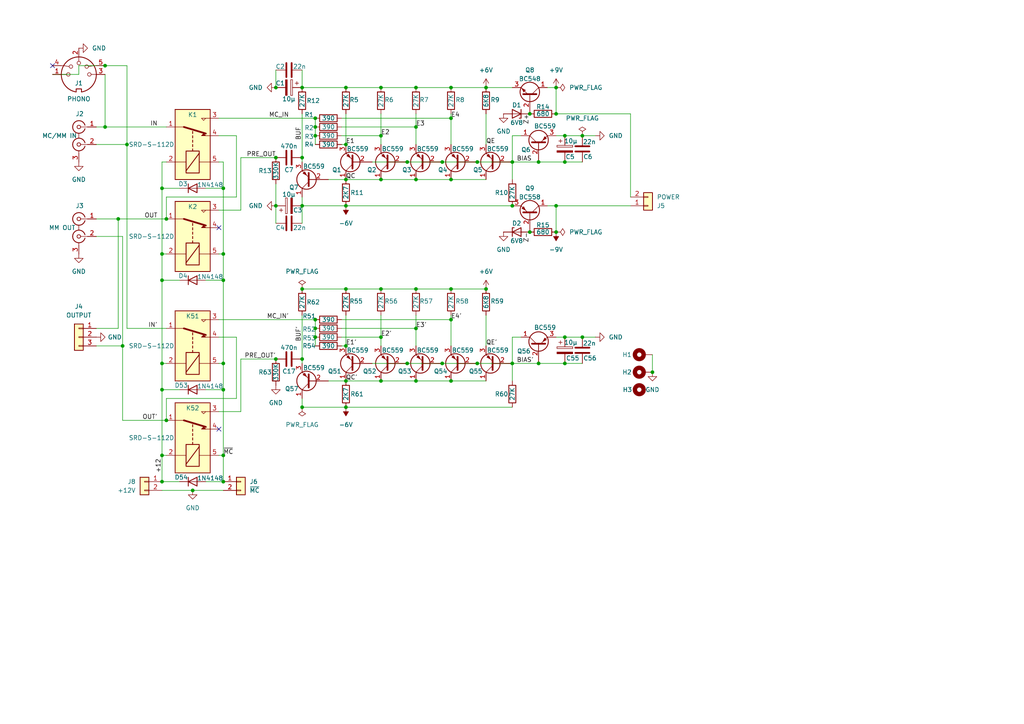
<source format=kicad_sch>
(kicad_sch (version 20231120) (generator "eeschema") (generator_version "8.0")
  (paper "A4")
  (title_block (title "TuchAudio 191 Moving Coil preamp") (date "2025-07-31") (rev "v1") (company "@zuiko21"))
  (lib_symbols
    (symbol "Connector:Conn_Coaxial_x2" (pin_names (offset 1.016) hide)
      (property "Reference" "J" (at 0 5.715 0))
      (property "Value" "Conn_Coaxial_x2" (at 2.921 0 90))
      (symbol "Conn_Coaxial_x2_1_1"
        (pin passive line (at -5.08 2.54 0) (length 2.54) (name "IN1") (number "1"))
        (pin passive line (at -5.08 -2.54 0) (length 2.54) (name "IN2") (number "2"))
        (pin passive line (at 0 -7.62 90) (length 2.54) (name "EXT") (number "3"))
      )
    )
    (symbol "Connector:DIN-5_180degree" (pin_names (offset 1.016))
      (property "Reference" "J" (at 3.175 5.715 0))
      (property "Value" "DIN-5_180degree" (at 0 -6.35 0))
      (symbol "DIN-5_180degree_1_1"
        (pin passive line (at -7.62 0 0) (length 2.54) (name "~") (number "1"))
        (pin passive line (at 0 7.62 270) (length 2.54) (name "~") (number "2"))
        (pin passive line (at 7.62 0 180) (length 2.54) (name "~") (number "3"))
        (pin passive line (at -7.62 2.54 0) (length 2.54) (name "~") (number "4"))
        (pin passive line (at 7.62 2.54 180) (length 2.54) (name "~") (number "5"))
      )
    )
    (symbol "Connector_Generic:Conn_01x02" (pin_names (offset 1.016) hide)
      (property "Reference" "J" (at 0 2.54 0))
      (property "Value" "Conn_01x02" (at 0 -5.08 0))
      (symbol "Conn_01x02_1_1"
        (pin passive line (at -5.08 0 0) (length 3.81) (name "Pin_1") (number "1"))
        (pin passive line (at -5.08 -2.54 0) (length 3.81) (name "Pin_2") (number "2"))
      )
    )
    (symbol "Connector_Generic:Conn_01x03" (pin_names (offset 1.016) hide)
      (property "Reference" "J" (at 0 5.08 0))
      (property "Value" "Conn_01x03" (at 0 -5.08 0))
      (symbol "Conn_01x03_1_1"
        (pin passive line (at -5.08 2.54 0) (length 3.81) (name "Pin_1") (number "1"))
        (pin passive line (at -5.08 0 0) (length 3.81) (name "Pin_2") (number "2"))
        (pin passive line (at -5.08 -2.54 0) (length 3.81) (name "Pin_3") (number "3"))
      )
    )
    (symbol "Device:C" (pin_numbers hide) (pin_names (offset 0.254))
      (property "Reference" "C" (at 0.635 2.54 0))
      (property "Value" "C" (at 0.635 -2.54 0))
      (symbol "C_1_1"
        (pin passive line (at 0 3.81 270) (length 2.794) (name "~") (number "1"))
        (pin passive line (at 0 -3.81 90) (length 2.794) (name "~") (number "2"))
      )
    )
    (symbol "Device:C_Polarized" (pin_numbers hide) (pin_names (offset 0.254))
      (property "Reference" "C" (at 0.635 2.54 0))
      (property "Value" "C_Polarized" (at 0.635 -2.54 0))
      (symbol "C_Polarized_1_1"
        (pin passive line (at 0 3.81 270) (length 2.794) (name "~") (number "1"))
        (pin passive line (at 0 -3.81 90) (length 2.794) (name "~") (number "2"))
      )
    )
    (symbol "Device:R" (pin_numbers hide) (pin_names (offset 0))
      (property "Reference" "R" (at 2.032 0 90))
      (property "Value" "R" (at 0 0 90))
      (symbol "R_1_1"
        (pin passive line (at 0 3.81 270) (length 1.27) (name "~") (number "1"))
        (pin passive line (at 0 -3.81 90) (length 1.27) (name "~") (number "2"))
      )
    )
    (symbol "Diode:1N4148" (pin_numbers hide) (pin_names hide)
      (property "Reference" "D" (at 0 2.54 0))
      (property "Value" "1N4148" (at 0 -2.54 0))
      (symbol "1N4148_1_1"
        (pin passive line (at -3.81 0 0) (length 2.54) (name "K") (number "1"))
        (pin passive line (at 3.81 0 180) (length 2.54) (name "A") (number "2"))
      )
    )
    (symbol "Diode:BZV55C6V8" (pin_numbers hide) (pin_names hide)
      (property "Reference" "D" (at 0 2.54 0))
      (property "Value" "BZV55C6V8" (at 0 -2.54 0))
      (symbol "BZV55C6V8_1_1"
        (pin passive line (at -3.81 0 0) (length 2.54) (name "K") (number "1"))
        (pin passive line (at 3.81 0 180) (length 2.54) (name "A") (number "2"))
      )
    )
    (symbol "Mechanical:MountingHole" (pin_names (offset 1.016)) (exclude_from_sim yes) (in_bom no)
      (property "Reference" "H" (at 0 5.08 0))
      (property "Value" "MountingHole" (at 0 3.175 0))
    )
    (symbol "Mechanical:MountingHole_Pad" (pin_numbers hide) (pin_names (offset 1.016) hide) (exclude_from_sim yes) (in_bom no)
      (property "Reference" "H" (at 0 6.35 0))
      (property "Value" "MountingHole_Pad" (at 0 4.445 0))
      (symbol "MountingHole_Pad_1_1"
        (pin input line (at 0 -2.54 90) (length 2.54) (name "1") (number "1"))
      )
    )
    (symbol "Relay:SANYOU_SRD_Form_C"
      (property "Reference" "K" (at 11.43 3.81 0))
      (property "Value" "SANYOU_SRD_Form_C" (at 11.43 1.27 0))
      (symbol "SANYOU_SRD_Form_C_1_1"
        (pin passive line (at 5.08 -7.62 90) (length 2.54) (name "~") (number "1"))
        (pin passive line (at -5.08 -7.62 90) (length 2.54) (name "~") (number "2"))
        (pin passive line (at 7.62 7.62 270) (length 2.54) (name "~") (number "3"))
        (pin passive line (at 2.54 7.62 270) (length 2.54) (name "~") (number "4"))
        (pin passive line (at -5.08 7.62 270) (length 2.54) (name "~") (number "5"))
      )
    )
    (symbol "Transistor_BJT:BC548" (pin_names (offset 0) hide)
      (property "Reference" "Q" (at 5.08 1.905 0))
      (property "Value" "BC548" (at 5.08 0 0))
      (symbol "BC548_1_1"
        (pin passive line (at 2.54 5.08 270) (length 2.54) (name "C") (number "1"))
        (pin input line (at -5.08 0 0) (length 5.08) (name "B") (number "2"))
        (pin passive line (at 2.54 -5.08 90) (length 2.54) (name "E") (number "3"))
      )
    )
    (symbol "Transistor_BJT:BC558" (pin_names (offset 0) hide)
      (property "Reference" "Q" (at 5.08 1.905 0))
      (property "Value" "BC558" (at 5.08 0 0))
      (symbol "BC558_1_1"
        (pin passive line (at 2.54 5.08 270) (length 2.54) (name "C") (number "1"))
        (pin input line (at -5.08 0 0) (length 5.715) (name "B") (number "2"))
        (pin passive line (at 2.54 -5.08 90) (length 2.54) (name "E") (number "3"))
      )
    )
    (symbol "Transistor_BJT:BC559" (pin_names (offset 0) hide)
      (property "Reference" "Q" (at 5.08 1.905 0))
      (property "Value" "BC559" (at 5.08 0 0))
      (symbol "BC559_1_1"
        (pin passive line (at 2.54 5.08 270) (length 2.54) (name "C") (number "1"))
        (pin input line (at -5.08 0 0) (length 5.715) (name "B") (number "2"))
        (pin passive line (at 2.54 -5.08 90) (length 2.54) (name "E") (number "3"))
      )
    )
    (symbol "power:+6V" (power) (pin_numbers hide) (pin_names (offset 0) hide)
      (property "Value" "+6V" (at 0 3.556 0))
      (symbol "+6V_1_1"
        (pin power_in line (at 0 0 90) (length 0) (name "~") (number "1"))
      )
    )
    (symbol "power:+9V" (power) (pin_numbers hide) (pin_names (offset 0) hide)
      (property "Value" "+9V" (at 0 3.556 0))
      (symbol "+9V_1_1"
        (pin power_in line (at 0 0 90) (length 0) (name "~") (number "1"))
      )
    )
    (symbol "power:-6V" (power) (pin_numbers hide) (pin_names (offset 0) hide)
      (property "Value" "-6V" (at 0 3.556 0))
      (symbol "-6V_0_0"
        (pin power_in line (at 0 0 90) (length 0) (name "~") (number "1"))
      )
    )
    (symbol "power:-9V" (power) (pin_numbers hide) (pin_names (offset 0) hide)
      (property "Value" "-9V" (at 0 3.556 0))
      (symbol "-9V_1_1"
        (pin power_in line (at 0 0 90) (length 0) (name "~") (number "1"))
      )
    )
    (symbol "power:GND" (power) (pin_numbers hide) (pin_names (offset 0) hide)
      (property "Value" "GND" (at 0 -3.81 0))
      (symbol "GND_1_1"
        (pin power_in line (at 0 0 270) (length 0) (name "~") (number "1"))
      )
    )
    (symbol "power:PWR_FLAG" (power) (pin_numbers hide) (pin_names (offset 0) hide)
      (property "Value" "PWR_FLAG" (at 0 3.81 0))
      (symbol "PWR_FLAG_0_0"
        (pin power_out line (at 0 0 90) (length 0) (name "~") (number "1"))
      )
    )
  )
  (junction (at 91.44 95.25))
  (junction (at 87.63 83.82))
  (junction (at 91.44 34.29))
  (junction (at 100.33 41.91))
  (junction (at 87.63 59.69))
  (junction (at 91.44 97.79))
  (junction (at 36.83 41.91))
  (junction (at 80.01 25.4))
  (junction (at 120.65 95.25))
  (junction (at 64.77 139.7))
  (junction (at 138.43 105.41))
  (junction (at 161.29 67.31))
  (junction (at 91.44 36.83))
  (junction (at 64.77 132.08))
  (junction (at 46.99 73.66))
  (junction (at 120.65 25.4))
  (junction (at 46.99 54.61))
  (junction (at 130.81 25.4))
  (junction (at 163.83 46.99))
  (junction (at 118.11 105.41))
  (junction (at 130.81 110.49))
  (junction (at 100.33 118.11))
  (junction (at 87.63 25.4))
  (junction (at 100.33 100.33))
  (junction (at 148.59 59.69))
  (junction (at 168.91 39.37))
  (junction (at 64.77 105.41))
  (junction (at 110.49 39.37))
  (junction (at 100.33 25.4))
  (junction (at 80.01 45.72))
  (junction (at 91.44 92.71))
  (junction (at 163.83 39.37))
  (junction (at 161.29 25.4))
  (junction (at 46.99 105.41))
  (junction (at 148.59 46.99))
  (junction (at 140.97 83.82))
  (junction (at 64.77 73.66))
  (junction (at 100.33 83.82))
  (junction (at 87.63 118.11))
  (junction (at 110.49 83.82))
  (junction (at 110.49 97.79))
  (junction (at 168.91 97.79))
  (junction (at 153.67 33.02))
  (junction (at 128.27 105.41))
  (junction (at 64.77 54.61))
  (junction (at 156.21 46.99))
  (junction (at 161.29 33.02))
  (junction (at 120.65 52.07))
  (junction (at 120.65 36.83))
  (junction (at 120.65 83.82))
  (junction (at 46.99 139.7))
  (junction (at 100.33 52.07))
  (junction (at 46.99 81.28))
  (junction (at 64.77 81.28))
  (junction (at 161.29 59.69))
  (junction (at 153.67 67.31))
  (junction (at 100.33 59.69))
  (junction (at 130.81 83.82))
  (junction (at 130.81 52.07))
  (junction (at 87.63 104.14))
  (junction (at 46.99 113.03))
  (junction (at 46.99 132.08))
  (junction (at 140.97 25.4))
  (junction (at 110.49 110.49))
  (junction (at 163.83 97.79))
  (junction (at 80.01 104.14))
  (junction (at 91.44 39.37))
  (junction (at 30.48 36.83))
  (junction (at 48.26 63.5))
  (junction (at 130.81 92.71))
  (junction (at 138.43 46.99))
  (junction (at 35.56 100.33))
  (junction (at 120.65 110.49))
  (junction (at 100.33 110.49))
  (junction (at 48.26 121.92))
  (junction (at 156.21 105.41))
  (junction (at 110.49 52.07))
  (junction (at 87.63 45.72))
  (junction (at 55.88 142.24))
  (junction (at 118.11 46.99))
  (junction (at 189.23 107.95))
  (junction (at 163.83 105.41))
  (junction (at 30.48 19.05))
  (junction (at 110.49 25.4))
  (junction (at 130.81 34.29))
  (junction (at 80.01 59.69))
  (junction (at 128.27 46.99))
  (junction (at 64.77 113.03))
  (junction (at 34.29 63.5))
  (junction (at 148.59 105.41))
  (no_connect (at 63.5 124.46))
  (no_connect (at 63.5 66.04))
  (no_connect (at 15.24 19.05))
  (wire (pts (xy 87.63 59.69) (xy 87.63 64.77)))
  (wire (pts (xy 161.29 25.4) (xy 161.29 33.02)))
  (wire (pts (xy 46.99 139.7) (xy 46.99 132.08)))
  (wire (pts (xy 59.69 54.61) (xy 64.77 54.61)))
  (wire (pts (xy 63.5 73.66) (xy 64.77 73.66)))
  (wire (pts (xy 182.88 57.15) (xy 182.88 33.02)))
  (wire (pts (xy 130.81 91.44) (xy 130.81 92.71)))
  (wire (pts (xy 46.99 81.28) (xy 46.99 105.41)))
  (wire (pts (xy 161.29 59.69) (xy 182.88 59.69)))
  (wire (pts (xy 87.63 83.82) (xy 100.33 83.82)))
  (wire (pts (xy 138.43 46.99) (xy 148.59 46.99)))
  (wire (pts (xy 99.06 95.25) (xy 120.65 95.25)))
  (wire (pts (xy 36.83 19.05) (xy 36.83 41.91)))
  (wire (pts (xy 100.33 91.44) (xy 100.33 100.33)))
  (wire (pts (xy 64.77 139.7) (xy 64.77 132.08)))
  (wire (pts (xy 130.81 110.49) (xy 140.97 110.49)))
  (wire (pts (xy 36.83 41.91) (xy 36.83 95.25)))
  (wire (pts (xy 69.85 104.14) (xy 80.01 104.14)))
  (wire (pts (xy 80.01 20.32) (xy 80.01 25.4)))
  (wire (pts (xy 34.29 63.5) (xy 34.29 95.25)))
  (wire (pts (xy 161.29 39.37) (xy 163.83 39.37)))
  (wire (pts (xy 87.63 115.57) (xy 87.63 118.11)))
  (wire (pts (xy 27.94 100.33) (xy 35.56 100.33)))
  (wire (pts (xy 87.63 57.15) (xy 87.63 59.69)))
  (wire (pts (xy 95.25 52.07) (xy 100.33 52.07)))
  (wire (pts (xy 35.56 68.58) (xy 35.56 100.33)))
  (wire (pts (xy 48.26 46.99) (xy 46.99 46.99)))
  (wire (pts (xy 35.56 100.33) (xy 35.56 121.92)))
  (wire (pts (xy 100.33 33.02) (xy 100.33 41.91)))
  (wire (pts (xy 138.43 105.41) (xy 148.59 105.41)))
  (wire (pts (xy 99.06 34.29) (xy 130.81 34.29)))
  (wire (pts (xy 69.85 45.72) (xy 80.01 45.72)))
  (wire (pts (xy 120.65 25.4) (xy 130.81 25.4)))
  (wire (pts (xy 120.65 91.44) (xy 120.65 95.25)))
  (wire (pts (xy 148.59 46.99) (xy 156.21 46.99)))
  (wire (pts (xy 68.58 97.79) (xy 68.58 115.57)))
  (wire (pts (xy 63.5 132.08) (xy 64.77 132.08)))
  (wire (pts (xy 120.65 52.07) (xy 130.81 52.07)))
  (wire (pts (xy 130.81 25.4) (xy 140.97 25.4)))
  (wire (pts (xy 91.44 34.29) (xy 91.44 36.83)))
  (wire (pts (xy 110.49 25.4) (xy 120.65 25.4)))
  (wire (pts (xy 46.99 113.03) (xy 52.07 113.03)))
  (wire (pts (xy 59.69 81.28) (xy 64.77 81.28)))
  (wire (pts (xy 22.86 21.59) (xy 22.86 19.05)))
  (wire (pts (xy 30.48 36.83) (xy 48.26 36.83)))
  (wire (pts (xy 158.75 25.4) (xy 161.29 25.4)))
  (wire (pts (xy 63.5 34.29) (xy 91.44 34.29)))
  (wire (pts (xy 69.85 119.38) (xy 63.5 119.38)))
  (wire (pts (xy 99.06 36.83) (xy 120.65 36.83)))
  (wire (pts (xy 55.88 142.24) (xy 64.77 142.24)))
  (wire (pts (xy 130.81 92.71) (xy 130.81 100.33)))
  (wire (pts (xy 64.77 132.08) (xy 64.77 113.03)))
  (wire (pts (xy 151.13 39.37) (xy 148.59 39.37)))
  (wire (pts (xy 110.49 83.82) (xy 120.65 83.82)))
  (wire (pts (xy 100.33 25.4) (xy 110.49 25.4)))
  (wire (pts (xy 87.63 20.32) (xy 87.63 25.4)))
  (wire (pts (xy 59.69 113.03) (xy 64.77 113.03)))
  (wire (pts (xy 46.99 105.41) (xy 46.99 113.03)))
  (wire (pts (xy 118.11 46.99) (xy 128.27 46.99)))
  (wire (pts (xy 148.59 97.79) (xy 148.59 105.41)))
  (wire (pts (xy 87.63 104.14) (xy 87.63 105.41)))
  (wire (pts (xy 99.06 97.79) (xy 110.49 97.79)))
  (wire (pts (xy 46.99 81.28) (xy 46.99 73.66)))
  (wire (pts (xy 48.26 115.57) (xy 48.26 121.92)))
  (wire (pts (xy 36.83 95.25) (xy 48.26 95.25)))
  (wire (pts (xy 27.94 63.5) (xy 34.29 63.5)))
  (wire (pts (xy 30.48 21.59) (xy 30.48 36.83)))
  (wire (pts (xy 130.81 34.29) (xy 130.81 41.91)))
  (wire (pts (xy 130.81 83.82) (xy 140.97 83.82)))
  (wire (pts (xy 87.63 45.72) (xy 87.63 46.99)))
  (wire (pts (xy 100.33 83.82) (xy 110.49 83.82)))
  (wire (pts (xy 69.85 60.96) (xy 63.5 60.96)))
  (wire (pts (xy 59.69 139.7) (xy 64.77 139.7)))
  (wire (pts (xy 46.99 73.66) (xy 48.26 73.66)))
  (wire (pts (xy 15.24 21.59) (xy 22.86 21.59)))
  (wire (pts (xy 161.29 59.69) (xy 161.29 67.31)))
  (wire (pts (xy 189.23 102.87) (xy 189.23 107.95)))
  (wire (pts (xy 161.29 97.79) (xy 163.83 97.79)))
  (wire (pts (xy 46.99 142.24) (xy 55.88 142.24)))
  (wire (pts (xy 100.33 110.49) (xy 110.49 110.49)))
  (wire (pts (xy 46.99 54.61) (xy 46.99 73.66)))
  (wire (pts (xy 148.59 110.49) (xy 148.59 105.41)))
  (wire (pts (xy 95.25 110.49) (xy 100.33 110.49)))
  (wire (pts (xy 68.58 115.57) (xy 48.26 115.57)))
  (wire (pts (xy 27.94 36.83) (xy 30.48 36.83)))
  (wire (pts (xy 110.49 110.49) (xy 120.65 110.49)))
  (wire (pts (xy 64.77 105.41) (xy 63.5 105.41)))
  (wire (pts (xy 27.94 95.25) (xy 34.29 95.25)))
  (wire (pts (xy 52.07 139.7) (xy 46.99 139.7)))
  (wire (pts (xy 87.63 91.44) (xy 87.63 104.14)))
  (wire (pts (xy 22.86 19.05) (xy 30.48 19.05)))
  (wire (pts (xy 63.5 92.71) (xy 91.44 92.71)))
  (wire (pts (xy 64.77 81.28) (xy 64.77 73.66)))
  (wire (pts (xy 120.65 83.82) (xy 130.81 83.82)))
  (wire (pts (xy 34.29 63.5) (xy 48.26 63.5)))
  (wire (pts (xy 87.63 118.11) (xy 100.33 118.11)))
  (wire (pts (xy 99.06 100.33) (xy 100.33 100.33)))
  (wire (pts (xy 64.77 81.28) (xy 64.77 105.41)))
  (wire (pts (xy 172.72 39.37) (xy 168.91 39.37)))
  (wire (pts (xy 48.26 105.41) (xy 46.99 105.41)))
  (wire (pts (xy 80.01 64.77) (xy 80.01 59.69)))
  (wire (pts (xy 128.27 46.99) (xy 138.43 46.99)))
  (wire (pts (xy 91.44 92.71) (xy 91.44 95.25)))
  (wire (pts (xy 30.48 19.05) (xy 36.83 19.05)))
  (wire (pts (xy 87.63 25.4) (xy 100.33 25.4)))
  (wire (pts (xy 100.33 52.07) (xy 110.49 52.07)))
  (wire (pts (xy 120.65 95.25) (xy 120.65 100.33)))
  (wire (pts (xy 107.95 105.41) (xy 118.11 105.41)))
  (wire (pts (xy 87.63 33.02) (xy 87.63 45.72)))
  (wire (pts (xy 63.5 46.99) (xy 64.77 46.99)))
  (wire (pts (xy 120.65 33.02) (xy 120.65 36.83)))
  (wire (pts (xy 120.65 110.49) (xy 130.81 110.49)))
  (wire (pts (xy 130.81 52.07) (xy 140.97 52.07)))
  (wire (pts (xy 27.94 68.58) (xy 35.56 68.58)))
  (wire (pts (xy 46.99 113.03) (xy 46.99 132.08)))
  (wire (pts (xy 80.01 53.34) (xy 80.01 59.69)))
  (wire (pts (xy 63.5 97.79) (xy 68.58 97.79)))
  (wire (pts (xy 151.13 97.79) (xy 148.59 97.79)))
  (wire (pts (xy 163.83 105.41) (xy 168.91 105.41)))
  (wire (pts (xy 35.56 121.92) (xy 48.26 121.92)))
  (wire (pts (xy 63.5 39.37) (xy 68.58 39.37)))
  (wire (pts (xy 110.49 33.02) (xy 110.49 39.37)))
  (wire (pts (xy 172.72 97.79) (xy 168.91 97.79)))
  (wire (pts (xy 99.06 41.91) (xy 100.33 41.91)))
  (wire (pts (xy 140.97 91.44) (xy 140.97 100.33)))
  (wire (pts (xy 110.49 52.07) (xy 120.65 52.07)))
  (wire (pts (xy 48.26 57.15) (xy 48.26 63.5)))
  (wire (pts (xy 163.83 105.41) (xy 156.21 105.41)))
  (wire (pts (xy 140.97 33.02) (xy 140.97 41.91)))
  (wire (pts (xy 148.59 105.41) (xy 156.21 105.41)))
  (wire (pts (xy 163.83 46.99) (xy 168.91 46.99)))
  (wire (pts (xy 110.49 97.79) (xy 110.49 100.33)))
  (wire (pts (xy 64.77 73.66) (xy 64.77 54.61)))
  (wire (pts (xy 46.99 46.99) (xy 46.99 54.61)))
  (wire (pts (xy 68.58 57.15) (xy 48.26 57.15)))
  (wire (pts (xy 91.44 95.25) (xy 91.44 97.79)))
  (wire (pts (xy 91.44 97.79) (xy 91.44 100.33)))
  (wire (pts (xy 130.81 33.02) (xy 130.81 34.29)))
  (wire (pts (xy 163.83 97.79) (xy 168.91 97.79)))
  (wire (pts (xy 87.63 59.69) (xy 100.33 59.69)))
  (wire (pts (xy 69.85 45.72) (xy 69.85 60.96)))
  (wire (pts (xy 163.83 39.37) (xy 168.91 39.37)))
  (wire (pts (xy 120.65 36.83) (xy 120.65 41.91)))
  (wire (pts (xy 68.58 39.37) (xy 68.58 57.15)))
  (wire (pts (xy 27.94 41.91) (xy 36.83 41.91)))
  (wire (pts (xy 110.49 39.37) (xy 110.49 41.91)))
  (wire (pts (xy 46.99 54.61) (xy 52.07 54.61)))
  (wire (pts (xy 99.06 92.71) (xy 130.81 92.71)))
  (wire (pts (xy 69.85 104.14) (xy 69.85 119.38)))
  (wire (pts (xy 128.27 105.41) (xy 138.43 105.41)))
  (wire (pts (xy 46.99 132.08) (xy 48.26 132.08)))
  (wire (pts (xy 91.44 36.83) (xy 91.44 39.37)))
  (wire (pts (xy 182.88 33.02) (xy 161.29 33.02)))
  (wire (pts (xy 158.75 59.69) (xy 161.29 59.69)))
  (wire (pts (xy 52.07 81.28) (xy 46.99 81.28)))
  (wire (pts (xy 163.83 46.99) (xy 156.21 46.99)))
  (wire (pts (xy 64.77 54.61) (xy 64.77 46.99)))
  (wire (pts (xy 100.33 118.11) (xy 148.59 118.11)))
  (wire (pts (xy 100.33 59.69) (xy 148.59 59.69)))
  (wire (pts (xy 148.59 39.37) (xy 148.59 46.99)))
  (wire (pts (xy 118.11 105.41) (xy 128.27 105.41)))
  (wire (pts (xy 91.44 39.37) (xy 91.44 41.91)))
  (wire (pts (xy 64.77 113.03) (xy 64.77 105.41)))
  (wire (pts (xy 110.49 91.44) (xy 110.49 97.79)))
  (wire (pts (xy 140.97 25.4) (xy 148.59 25.4)))
  (wire (pts (xy 148.59 52.07) (xy 148.59 46.99)))
  (wire (pts (xy 107.95 46.99) (xy 118.11 46.99)))
  (wire (pts (xy 99.06 39.37) (xy 110.49 39.37)))
  (label "PRE_OUT'" (at 80.01 104.14 180))
  (label "IN" (at 45.72 36.83 180))
  (label "E4'" (at 130.81 92.71 0))
  (label "MC_IN'" (at 83.82 92.71 180))
  (label "E4" (at 130.81 34.29 0))
  (label "+12" (at 46.99 137.16 90))
  (label "Z+" (at 153.67 33.02 270))
  (label "E1'" (at 100.33 100.33 0))
  (label "QE" (at 140.97 41.91 0))
  (label "~{MC}" (at 64.77 132.08 0))
  (label "BUF" (at 87.63 40.64 90))
  (label "BUF'" (at 87.63 99.06 90))
  (label "BIAS'" (at 149.86 105.41 0))
  (label "E3'" (at 120.65 95.25 0))
  (label "OUT'" (at 45.72 121.92 180))
  (label "QE'" (at 140.97 100.33 0))
  (label "QC" (at 100.33 52.07 0))
  (label "E3" (at 120.65 36.83 0))
  (label "E1" (at 100.33 41.91 0))
  (label "MC_IN" (at 83.82 34.29 180))
  (label "QC'" (at 100.33 110.49 0))
  (label "OUT" (at 45.72 63.5 180))
  (label "BIAS" (at 149.86 46.99 0))
  (label "Z-" (at 153.67 67.31 270))
  (label "E2" (at 110.49 39.37 0))
  (label "IN'" (at 45.72 95.25 180))
  (label "E2'" (at 110.49 97.79 0))
  (label "PRE_OUT" (at 80.01 45.72 180))
  (symbol (lib_id "Device:R") (at 120.65 29.21 0) (unit 1)
    (property "Reference" "R7" (at 121.666 28.956 0) (effects (justify left)))
    (property "Value" "27K" (at 120.65 29.21 90))
    (property "Footprint" "Resistor_THT:R_Axial_DIN0207_L6.3mm_D2.5mm_P10.16mm_Horizontal" (effects (hide yes)))
    (property "Description" "Resistor" (effects (hide yes)))
  )
  (symbol (lib_id "Relay:SANYOU_SRD_Form_C") (at 55.88 41.91 270) (mirror x) (unit 1)
    (property "Reference" "K1" (at 55.88 33.274 90))
    (property "Value" "SRD-S-112D" (at 43.942 41.91 90))
    (property "Footprint" "Relay_THT:Relay_SPDT_SANYOU_SRD_Series_Form_C" (effects (hide yes)))
    (property "Datasheet" "http://www.sanyourelay.ca/public/products/pdf/SRD.pdf" (effects (hide yes)))
    (property "Description" "Sanyo SRD relay, Single Pole Miniature Power Relay," (effects (hide yes)))
  )
  (symbol (lib_id "Device:R") (at 100.33 29.21 0) (unit 1)
    (property "Reference" "R5" (at 101.346 28.956 0) (effects (justify left)))
    (property "Value" "27K" (at 100.33 29.21 90))
    (property "Footprint" "Resistor_THT:R_Axial_DIN0207_L6.3mm_D2.5mm_P10.16mm_Horizontal" (effects (hide yes)))
    (property "Description" "Resistor" (effects (hide yes)))
  )
  (symbol (lib_id "power:-6V") (at 100.33 59.69 180) (unit 1)
    (property "Reference" "#PWR18" (effects (hide yes)))
    (property "Value" "-6V" (at 100.33 64.77 0))
    (property "Description" "Power symbol creates a global label with name \"-6V\"" (effects (hide yes)))
  )
  (symbol (lib_id "Device:C") (at 83.82 45.72 90) (unit 1)
    (property "Reference" "C7" (at 83.82 49.276 90))
    (property "Value" "470n" (at 83.82 42.418 90))
    (property "Footprint" "Capacitor_THT:C_Rect_L7.2mm_W3.0mm_P5.00mm_FKS2_FKP2_MKS2_MKP2" (effects (hide yes)))
    (property "Description" "Unpolarized capacitor" (effects (hide yes)))
  )
  (symbol (lib_id "Transistor_BJT:BC559") (at 123.19 105.41 180) (unit 1)
    (property "Reference" "Q53" (at 119.38 107.696 0) (effects (justify left)))
    (property "Value" "BC559" (at 127.254 101.6 0) (effects (justify left)))
    (property "Footprint" "Package_TO_SOT_THT:TO-92_Inline" (effects (hide yes)))
    (property "Datasheet" "https://www.onsemi.com/pub/Collateral/BC556BTA-D.pdf" (effects (hide yes)))
    (property "Description" "0.1A Ic, 30V Vce, PNP Small Signal Transistor, TO-92" (effects (hide yes)))
  )
  (symbol (lib_id "Relay:SANYOU_SRD_Form_C") (at 55.88 100.33 270) (mirror x) (unit 1)
    (property "Reference" "K51" (at 55.88 91.694 90))
    (property "Value" "SRD-S-112D" (at 43.942 100.33 90))
    (property "Footprint" "Relay_THT:Relay_SPDT_SANYOU_SRD_Series_Form_C" (effects (hide yes)))
    (property "Datasheet" "http://www.sanyourelay.ca/public/products/pdf/SRD.pdf" (effects (hide yes)))
    (property "Description" "Sanyo SRD relay, Single Pole Miniature Power Relay," (effects (hide yes)))
  )
  (symbol (lib_id "Device:C_Polarized") (at 83.82 25.4 270) (unit 1)
    (property "Reference" "C1" (at 81.28 24.13 90))
    (property "Value" "10µ" (at 83.82 28.702 90))
    (property "Footprint" "Capacitor_THT:CP_Radial_D4.0mm_P1.50mm" (effects (hide yes)))
    (property "Description" "Polarized capacitor" (effects (hide yes)))
  )
  (symbol (lib_id "power:PWR_FLAG") (at 87.63 83.82 0) (unit 1)
    (property "Reference" "#FLG4" (effects (hide yes)))
    (property "Value" "PWR_FLAG" (at 87.63 78.74 0))
    (property "Description" "Special symbol for telling ERC where power comes from" (effects (hide yes)))
  )
  (symbol (lib_id "Relay:SANYOU_SRD_Form_C") (at 55.88 127 270) (mirror x) (unit 1)
    (property "Reference" "K52" (at 55.88 118.364 90))
    (property "Value" "SRD-S-112D" (at 43.942 127 90))
    (property "Footprint" "Relay_THT:Relay_SPDT_SANYOU_SRD_Series_Form_C" (effects (hide yes)))
    (property "Datasheet" "http://www.sanyourelay.ca/public/products/pdf/SRD.pdf" (effects (hide yes)))
    (property "Description" "Sanyo SRD relay, Single Pole Miniature Power Relay," (effects (hide yes)))
  )
  (symbol (lib_id "Device:R") (at 80.01 107.95 0) (unit 1)
    (property "Reference" "R63" (at 74.93 107.95 0) (effects (justify left)))
    (property "Value" "330K" (at 80.01 107.95 90))
    (property "Footprint" "Resistor_THT:R_Axial_DIN0207_L6.3mm_D2.5mm_P10.16mm_Horizontal" (effects (hide yes)))
    (property "Description" "Resistor" (effects (hide yes)))
  )
  (symbol (lib_id "power:+6V") (at 140.97 83.82 0) (unit 1)
    (property "Reference" "#PWR15" (effects (hide yes)))
    (property "Value" "+6V" (at 140.97 78.74 0))
    (property "Description" "Power symbol creates a global label with name \"+6V\"" (effects (hide yes)))
  )
  (symbol (lib_id "Device:R") (at 148.59 114.3 0) (unit 1)
    (property "Reference" "R60" (at 143.51 114.3 0) (effects (justify left)))
    (property "Value" "27K" (at 148.59 114.3 90))
    (property "Footprint" "Resistor_THT:R_Axial_DIN0207_L6.3mm_D2.5mm_P10.16mm_Horizontal" (effects (hide yes)))
    (property "Description" "Resistor" (effects (hide yes)))
  )
  (symbol (lib_id "power:GND") (at 146.05 67.31 0) (unit 1)
    (property "Reference" "#PWR9" (effects (hide yes)))
    (property "Value" "GND" (at 146.05 72.39 0))
    (property "Description" "Power symbol creates a global label with name \"GND\" , ground" (effects (hide yes)))
  )
  (symbol (lib_id "Device:R") (at 95.25 41.91 90) (unit 1)
    (property "Reference" "R4" (at 89.662 41.91 90))
    (property "Value" "390" (at 95.25 41.91 90))
    (property "Footprint" "Resistor_THT:R_Axial_DIN0207_L6.3mm_D2.5mm_P10.16mm_Horizontal" (effects (hide yes)))
    (property "Description" "Resistor" (effects (hide yes)))
  )
  (symbol (lib_id "Device:R") (at 80.01 49.53 0) (unit 1)
    (property "Reference" "R13" (at 74.93 49.53 0) (effects (justify left)))
    (property "Value" "330K" (at 80.01 49.53 90))
    (property "Footprint" "Resistor_THT:R_Axial_DIN0207_L6.3mm_D2.5mm_P10.16mm_Horizontal" (effects (hide yes)))
    (property "Description" "Resistor" (effects (hide yes)))
  )
  (symbol (lib_id "Transistor_BJT:BC548") (at 153.67 27.94 270) (mirror x) (unit 1)
    (property "Reference" "Q8" (at 153.67 20.32 90))
    (property "Value" "BC548" (at 153.67 22.86 90))
    (property "Footprint" "Package_TO_SOT_THT:TO-92_Inline" (effects (hide yes)))
    (property "Datasheet" "https://www.onsemi.com/pub/Collateral/BC550-D.pdf" (effects (hide yes)))
    (property "Description" "0.1A Ic, 30V Vce, Small Signal NPN Transistor, TO-92" (effects (hide yes)))
  )
  (symbol (lib_id "Diode:1N4148") (at 55.88 81.28 0) (unit 1)
    (property "Reference" "D4" (at 53.086 80.01 0))
    (property "Value" "1N4148" (at 60.96 80.264 0))
    (property "Footprint" "Diode_THT:D_DO-35_SOD27_P7.62mm_Horizontal" (effects (hide yes)))
    (property "Datasheet" "https://assets.nexperia.com/documents/data-sheet/1N4148_1N4448.pdf" (effects (hide yes)))
    (property "Description" "100V 0.15A standard switching diode, DO-35" (effects (hide yes)))
    (property "Sim.Device" "D" (effects (hide yes)))
    (property "Sim.Pins" "1=K 2=A" (effects (hide yes)))
  )
  (symbol (lib_id "power:GND") (at 80.01 25.4 270) (unit 1)
    (property "Reference" "#PWR5" (effects (hide yes)))
    (property "Value" "GND" (at 76.2 25.3999 90) (effects (justify right)))
    (property "Description" "Power symbol creates a global label with name \"GND\" , ground" (effects (hide yes)))
  )
  (symbol (lib_id "power:PWR_FLAG") (at 168.91 39.37 0) (unit 1)
    (property "Reference" "#FLG3" (effects (hide yes)))
    (property "Value" "PWR_FLAG" (at 168.91 34.29 0))
    (property "Description" "Special symbol for telling ERC where power comes from" (effects (hide yes)))
  )
  (symbol (lib_id "Connector_Generic:Conn_01x02") (at 41.91 139.7 0) (mirror y) (unit 1)
    (property "Reference" "J8" (at 39.37 139.6999 0) (effects (justify left)))
    (property "Value" "+12V" (at 39.37 142.2399 0) (effects (justify left)))
    (property "Footprint" "Connector_PinHeader_2.54mm:PinHeader_1x02_P2.54mm_Vertical" (effects (hide yes)))
    (property "Description" "Generic connector, single row, 01x02, script generated (kicad-library-utils/schlib/autogen/connector/)" (effects (hide yes)))
  )
  (symbol (lib_id "Device:C") (at 83.82 20.32 90) (unit 1)
    (property "Reference" "C2" (at 81.28 19.304 90))
    (property "Value" "22n" (at 86.868 19.304 90))
    (property "Footprint" "Capacitor_THT:C_Disc_D6.0mm_W2.5mm_P5.00mm" (effects (hide yes)))
    (property "Description" "Unpolarized capacitor" (effects (hide yes)))
  )
  (symbol (lib_id "Device:R") (at 130.81 29.21 0) (unit 1)
    (property "Reference" "R8" (at 132.08 28.956 0) (effects (justify left)))
    (property "Value" "27K" (at 130.81 29.21 90))
    (property "Footprint" "Resistor_THT:R_Axial_DIN0207_L6.3mm_D2.5mm_P10.16mm_Horizontal" (effects (hide yes)))
    (property "Description" "Resistor" (effects (hide yes)))
  )
  (symbol (lib_id "power:GND") (at 80.01 111.76 0) (unit 1)
    (property "Reference" "#PWR19" (effects (hide yes)))
    (property "Value" "GND" (at 80.01 116.84 0))
    (property "Description" "Power symbol creates a global label with name \"GND\" , ground" (effects (hide yes)))
  )
  (symbol (lib_id "Device:C_Polarized") (at 163.83 101.6 0) (unit 1)
    (property "Reference" "C55" (at 166.116 103.886 0))
    (property "Value" "10µ" (at 165.608 99.314 0))
    (property "Footprint" "Capacitor_THT:CP_Radial_D4.0mm_P1.50mm" (effects (hide yes)))
    (property "Description" "Polarized capacitor" (effects (hide yes)))
  )
  (symbol (lib_id "Device:R") (at 140.97 87.63 0) (unit 1)
    (property "Reference" "R59" (at 142.24 87.376 0) (effects (justify left)))
    (property "Value" "6K8" (at 140.97 87.63 90))
    (property "Footprint" "Resistor_THT:R_Axial_DIN0207_L6.3mm_D2.5mm_P10.16mm_Horizontal" (effects (hide yes)))
    (property "Description" "Resistor" (effects (hide yes)))
  )
  (symbol (lib_id "Device:R") (at 95.25 36.83 90) (unit 1)
    (property "Reference" "R2" (at 89.662 37.084 90))
    (property "Value" "390" (at 95.25 36.83 90))
    (property "Footprint" "Resistor_THT:R_Axial_DIN0207_L6.3mm_D2.5mm_P10.16mm_Horizontal" (effects (hide yes)))
    (property "Description" "Resistor" (effects (hide yes)))
  )
  (symbol (lib_id "Device:R") (at 110.49 87.63 0) (unit 1)
    (property "Reference" "R56" (at 111.506 87.376 0) (effects (justify left)))
    (property "Value" "27K" (at 110.49 87.63 90))
    (property "Footprint" "Resistor_THT:R_Axial_DIN0207_L6.3mm_D2.5mm_P10.16mm_Horizontal" (effects (hide yes)))
    (property "Description" "Resistor" (effects (hide yes)))
  )
  (symbol (lib_id "Diode:1N4148") (at 55.88 139.7 0) (unit 1)
    (property "Reference" "D54" (at 52.578 138.43 0))
    (property "Value" "1N4148" (at 60.96 138.684 0))
    (property "Footprint" "Diode_THT:D_DO-35_SOD27_P7.62mm_Horizontal" (effects (hide yes)))
    (property "Datasheet" "https://assets.nexperia.com/documents/data-sheet/1N4148_1N4448.pdf" (effects (hide yes)))
    (property "Description" "100V 0.15A standard switching diode, DO-35" (effects (hide yes)))
    (property "Sim.Device" "D" (effects (hide yes)))
    (property "Sim.Pins" "1=K 2=A" (effects (hide yes)))
  )
  (symbol (lib_id "Relay:SANYOU_SRD_Form_C") (at 55.88 68.58 270) (mirror x) (unit 1)
    (property "Reference" "K2" (at 55.88 59.944 90))
    (property "Value" "SRD-S-112D" (at 43.942 68.58 90))
    (property "Footprint" "Relay_THT:Relay_SPDT_SANYOU_SRD_Series_Form_C" (effects (hide yes)))
    (property "Datasheet" "http://www.sanyourelay.ca/public/products/pdf/SRD.pdf" (effects (hide yes)))
    (property "Description" "Sanyo SRD relay, Single Pole Miniature Power Relay," (effects (hide yes)))
  )
  (symbol (lib_id "Mechanical:MountingHole_Pad") (at 186.69 107.95 90) (unit 1) (exclude_from_sim yes) (in_bom no)
    (property "Reference" "H2" (at 181.864 107.95 90))
    (property "Value" "MountingHole_Pad" (effects (hide yes)))
    (property "Footprint" "MountingHole:MountingHole_3.2mm_M3_DIN965_Pad" (effects (hide yes)))
    (property "Description" "Mounting Hole with connection" (effects (hide yes)))
  )
  (symbol (lib_id "Device:C") (at 168.91 101.6 0) (unit 1)
    (property "Reference" "C56" (at 169.164 103.886 0) (effects (justify left)))
    (property "Value" "22n" (at 170.942 99.568 0))
    (property "Footprint" "Capacitor_THT:C_Disc_D6.0mm_W2.5mm_P5.00mm" (effects (hide yes)))
    (property "Description" "Unpolarized capacitor" (effects (hide yes)))
  )
  (symbol (lib_id "Device:C") (at 168.91 43.18 0) (unit 1)
    (property "Reference" "C6" (at 169.164 45.466 0) (effects (justify left)))
    (property "Value" "22n" (at 170.942 41.148 0))
    (property "Footprint" "Capacitor_THT:C_Disc_D6.0mm_W2.5mm_P5.00mm" (effects (hide yes)))
    (property "Description" "Unpolarized capacitor" (effects (hide yes)))
  )
  (symbol (lib_id "Device:R") (at 110.49 29.21 0) (unit 1)
    (property "Reference" "R6" (at 111.506 28.956 0) (effects (justify left)))
    (property "Value" "27K" (at 110.49 29.21 90))
    (property "Footprint" "Resistor_THT:R_Axial_DIN0207_L6.3mm_D2.5mm_P10.16mm_Horizontal" (effects (hide yes)))
    (property "Description" "Resistor" (effects (hide yes)))
  )
  (symbol (lib_id "Device:R") (at 100.33 55.88 0) (unit 1)
    (property "Reference" "R11" (at 101.6 55.88 0) (effects (justify left)))
    (property "Value" "2K7" (at 100.33 55.88 90))
    (property "Footprint" "Resistor_THT:R_Axial_DIN0207_L6.3mm_D2.5mm_P10.16mm_Horizontal" (effects (hide yes)))
    (property "Description" "Resistor" (effects (hide yes)))
  )
  (symbol (lib_id "Transistor_BJT:BC559") (at 90.17 52.07 180) (unit 1)
    (property "Reference" "Q7" (at 86.614 54.356 0) (effects (justify left)))
    (property "Value" "BC559" (at 94.234 48.26 0) (effects (justify left)))
    (property "Footprint" "Package_TO_SOT_THT:TO-92_Inline" (effects (hide yes)))
    (property "Datasheet" "https://www.onsemi.com/pub/Collateral/BC556BTA-D.pdf" (effects (hide yes)))
    (property "Description" "0.1A Ic, 30V Vce, PNP Small Signal Transistor, TO-92" (effects (hide yes)))
  )
  (symbol (lib_id "power:+9V") (at 161.29 25.4 0) (unit 1)
    (property "Reference" "#PWR4" (effects (hide yes)))
    (property "Value" "+9V" (at 161.29 20.32 0))
    (property "Description" "Power symbol creates a global label with name \"+9V\"" (effects (hide yes)))
  )
  (symbol (lib_id "Device:C_Polarized") (at 83.82 59.69 90) (unit 1)
    (property "Reference" "C3" (at 86.36 60.96 90))
    (property "Value" "10µ" (at 83.82 56.388 90))
    (property "Footprint" "Capacitor_THT:CP_Radial_D4.0mm_P1.50mm" (effects (hide yes)))
    (property "Description" "Polarized capacitor" (effects (hide yes)))
  )
  (symbol (lib_id "power:GND") (at 146.05 33.02 0) (unit 1)
    (property "Reference" "#PWR7" (effects (hide yes)))
    (property "Value" "GND" (at 146.05 38.1 0))
    (property "Description" "Power symbol creates a global label with name \"GND\" , ground" (effects (hide yes)))
  )
  (symbol (lib_id "Transistor_BJT:BC559") (at 133.35 105.41 180) (unit 1)
    (property "Reference" "Q54" (at 129.794 107.696 0) (effects (justify left)))
    (property "Value" "BC559" (at 137.414 101.6 0) (effects (justify left)))
    (property "Footprint" "Package_TO_SOT_THT:TO-92_Inline" (effects (hide yes)))
    (property "Datasheet" "https://www.onsemi.com/pub/Collateral/BC556BTA-D.pdf" (effects (hide yes)))
    (property "Description" "0.1A Ic, 30V Vce, PNP Small Signal Transistor, TO-92" (effects (hide yes)))
  )
  (symbol (lib_id "Diode:1N4148") (at 55.88 113.03 0) (unit 1)
    (property "Reference" "D53" (at 52.578 111.76 0))
    (property "Value" "1N4148" (at 60.96 112.014 0))
    (property "Footprint" "Diode_THT:D_DO-35_SOD27_P7.62mm_Horizontal" (effects (hide yes)))
    (property "Datasheet" "https://assets.nexperia.com/documents/data-sheet/1N4148_1N4448.pdf" (effects (hide yes)))
    (property "Description" "100V 0.15A standard switching diode, DO-35" (effects (hide yes)))
    (property "Sim.Device" "D" (effects (hide yes)))
    (property "Sim.Pins" "1=K 2=A" (effects (hide yes)))
  )
  (symbol (lib_id "Device:R") (at 130.81 87.63 0) (unit 1)
    (property "Reference" "R58" (at 132.08 87.376 0) (effects (justify left)))
    (property "Value" "27K" (at 130.81 87.63 90))
    (property "Footprint" "Resistor_THT:R_Axial_DIN0207_L6.3mm_D2.5mm_P10.16mm_Horizontal" (effects (hide yes)))
    (property "Description" "Resistor" (effects (hide yes)))
  )
  (symbol (lib_id "Device:R") (at 157.48 67.31 90) (unit 1)
    (property "Reference" "R15" (at 157.48 65.278 90))
    (property "Value" "680" (at 157.48 67.31 90))
    (property "Footprint" "Resistor_THT:R_Axial_DIN0207_L6.3mm_D2.5mm_P10.16mm_Horizontal" (effects (hide yes)))
    (property "Description" "Resistor" (effects (hide yes)))
  )
  (symbol (lib_id "Device:R") (at 100.33 87.63 0) (unit 1)
    (property "Reference" "R55" (at 101.346 87.376 0) (effects (justify left)))
    (property "Value" "27K" (at 100.33 87.63 90))
    (property "Footprint" "Resistor_THT:R_Axial_DIN0207_L6.3mm_D2.5mm_P10.16mm_Horizontal" (effects (hide yes)))
    (property "Description" "Resistor" (effects (hide yes)))
  )
  (symbol (lib_id "Transistor_BJT:BC559") (at 143.51 105.41 180) (unit 1)
    (property "Reference" "Q55" (at 139.954 107.696 0) (effects (justify left)))
    (property "Value" "BC559" (at 147.574 101.6 0) (effects (justify left)))
    (property "Footprint" "Package_TO_SOT_THT:TO-92_Inline" (effects (hide yes)))
    (property "Datasheet" "https://www.onsemi.com/pub/Collateral/BC556BTA-D.pdf" (effects (hide yes)))
    (property "Description" "0.1A Ic, 30V Vce, PNP Small Signal Transistor, TO-92" (effects (hide yes)))
  )
  (symbol (lib_id "Transistor_BJT:BC559") (at 156.21 41.91 90) (unit 1)
    (property "Reference" "Q6" (at 153.924 43.434 90) (effects (justify left)))
    (property "Value" "BC559" (at 161.29 36.576 90) (effects (justify left)))
    (property "Footprint" "Package_TO_SOT_THT:TO-92_Inline" (effects (hide yes)))
    (property "Datasheet" "https://www.onsemi.com/pub/Collateral/BC556BTA-D.pdf" (effects (hide yes)))
    (property "Description" "0.1A Ic, 30V Vce, PNP Small Signal Transistor, TO-92" (effects (hide yes)))
  )
  (symbol (lib_id "Transistor_BJT:BC558") (at 153.67 62.23 270) (mirror x) (unit 1)
    (property "Reference" "Q9" (at 153.67 54.61 90))
    (property "Value" "BC558" (at 153.67 57.15 90))
    (property "Footprint" "Package_TO_SOT_THT:TO-92_Inline" (effects (hide yes)))
    (property "Datasheet" "https://www.onsemi.com/pub/Collateral/BC556BTA-D.pdf" (effects (hide yes)))
    (property "Description" "0.1A Ic, 30V Vce, PNP Small Signal Transistor, TO-92" (effects (hide yes)))
  )
  (symbol (lib_id "Device:R") (at 95.25 39.37 90) (unit 1)
    (property "Reference" "R3" (at 89.662 39.624 90))
    (property "Value" "390" (at 95.25 39.37 90))
    (property "Footprint" "Resistor_THT:R_Axial_DIN0207_L6.3mm_D2.5mm_P10.16mm_Horizontal" (effects (hide yes)))
    (property "Description" "Resistor" (effects (hide yes)))
  )
  (symbol (lib_id "Transistor_BJT:BC559") (at 102.87 105.41 180) (unit 1)
    (property "Reference" "Q51" (at 99.06 107.696 0) (effects (justify left)))
    (property "Value" "BC559" (at 106.934 101.6 0) (effects (justify left)))
    (property "Footprint" "Package_TO_SOT_THT:TO-92_Inline" (effects (hide yes)))
    (property "Datasheet" "https://www.onsemi.com/pub/Collateral/BC556BTA-D.pdf" (effects (hide yes)))
    (property "Description" "0.1A Ic, 30V Vce, PNP Small Signal Transistor, TO-92" (effects (hide yes)))
  )
  (symbol (lib_id "Transistor_BJT:BC559") (at 123.19 46.99 180) (unit 1)
    (property "Reference" "Q3" (at 119.38 49.276 0) (effects (justify left)))
    (property "Value" "BC559" (at 127.254 43.18 0) (effects (justify left)))
    (property "Footprint" "Package_TO_SOT_THT:TO-92_Inline" (effects (hide yes)))
    (property "Datasheet" "https://www.onsemi.com/pub/Collateral/BC556BTA-D.pdf" (effects (hide yes)))
    (property "Description" "0.1A Ic, 30V Vce, PNP Small Signal Transistor, TO-92" (effects (hide yes)))
  )
  (symbol (lib_id "Device:R") (at 140.97 29.21 0) (unit 1)
    (property "Reference" "R9" (at 142.24 28.956 0) (effects (justify left)))
    (property "Value" "6K8" (at 140.97 29.21 90))
    (property "Footprint" "Resistor_THT:R_Axial_DIN0207_L6.3mm_D2.5mm_P10.16mm_Horizontal" (effects (hide yes)))
    (property "Description" "Resistor" (effects (hide yes)))
  )
  (symbol (lib_id "Device:C") (at 83.82 64.77 90) (mirror x) (unit 1)
    (property "Reference" "C4" (at 81.28 66.04 90))
    (property "Value" "22n" (at 86.868 66.04 90))
    (property "Footprint" "Capacitor_THT:C_Disc_D6.0mm_W2.5mm_P5.00mm" (effects (hide yes)))
    (property "Description" "Unpolarized capacitor" (effects (hide yes)))
  )
  (symbol (lib_id "power:PWR_FLAG") (at 161.29 67.31 270) (unit 1)
    (property "Reference" "#FLG2" (effects (hide yes)))
    (property "Value" "PWR_FLAG" (at 165.1 67.3099 90) (effects (justify left)))
    (property "Description" "Special symbol for telling ERC where power comes from" (effects (hide yes)))
  )
  (symbol (lib_id "Mechanical:MountingHole_Pad") (at 186.69 102.87 90) (unit 1) (exclude_from_sim yes) (in_bom no)
    (property "Reference" "H1" (at 181.864 102.87 90))
    (property "Value" "MountingHole_Pad" (effects (hide yes)))
    (property "Footprint" "MountingHole:MountingHole_3.2mm_M3_DIN965_Pad" (effects (hide yes)))
    (property "Description" "Mounting Hole with connection" (effects (hide yes)))
  )
  (symbol (lib_id "power:+6V") (at 140.97 25.4 0) (unit 1)
    (property "Reference" "#PWR14" (effects (hide yes)))
    (property "Value" "+6V" (at 140.97 20.32 0))
    (property "Description" "Power symbol creates a global label with name \"+6V\"" (effects (hide yes)))
  )
  (symbol (lib_id "Mechanical:MountingHole") (at 185.42 113.03 0) (unit 1) (exclude_from_sim yes) (in_bom no)
    (property "Reference" "H3" (at 180.594 113.03 0) (effects (justify left)))
    (property "Value" "MountingHole" (effects (hide yes)))
    (property "Footprint" "MountingHole:MountingHole_3.2mm_M3" (effects (hide yes)))
    (property "Description" "Mounting Hole without connection" (effects (hide yes)))
  )
  (symbol (lib_id "Device:R") (at 148.59 55.88 0) (unit 1)
    (property "Reference" "R10" (at 143.51 55.88 0) (effects (justify left)))
    (property "Value" "27K" (at 148.59 55.88 90))
    (property "Footprint" "Resistor_THT:R_Axial_DIN0207_L6.3mm_D2.5mm_P10.16mm_Horizontal" (effects (hide yes)))
    (property "Description" "Resistor" (effects (hide yes)))
  )
  (symbol (lib_id "power:GND") (at 22.86 73.66 0) (unit 1)
    (property "Reference" "#PWR2" (effects (hide yes)))
    (property "Value" "GND" (at 22.86 78.74 0))
    (property "Description" "Power symbol creates a global label with name \"GND\" , ground" (effects (hide yes)))
  )
  (symbol (lib_id "Transistor_BJT:BC559") (at 133.35 46.99 180) (unit 1)
    (property "Reference" "Q4" (at 129.794 49.276 0) (effects (justify left)))
    (property "Value" "BC559" (at 137.414 43.18 0) (effects (justify left)))
    (property "Footprint" "Package_TO_SOT_THT:TO-92_Inline" (effects (hide yes)))
    (property "Datasheet" "https://www.onsemi.com/pub/Collateral/BC556BTA-D.pdf" (effects (hide yes)))
    (property "Description" "0.1A Ic, 30V Vce, PNP Small Signal Transistor, TO-92" (effects (hide yes)))
  )
  (symbol (lib_id "Device:R") (at 157.48 33.02 90) (unit 1)
    (property "Reference" "R14" (at 157.48 30.988 90))
    (property "Value" "680" (at 157.48 33.02 90))
    (property "Footprint" "Resistor_THT:R_Axial_DIN0207_L6.3mm_D2.5mm_P10.16mm_Horizontal" (effects (hide yes)))
    (property "Description" "Resistor" (effects (hide yes)))
  )
  (symbol (lib_id "power:PWR_FLAG") (at 161.29 25.4 270) (unit 1)
    (property "Reference" "#FLG1" (effects (hide yes)))
    (property "Value" "PWR_FLAG" (at 165.1 25.3999 90) (effects (justify left)))
    (property "Description" "Special symbol for telling ERC where power comes from" (effects (hide yes)))
  )
  (symbol (lib_id "Device:R") (at 95.25 92.71 90) (unit 1)
    (property "Reference" "R51" (at 89.662 91.694 90))
    (property "Value" "390" (at 95.25 92.71 90))
    (property "Footprint" "Resistor_THT:R_Axial_DIN0207_L6.3mm_D2.5mm_P10.16mm_Horizontal" (effects (hide yes)))
    (property "Description" "Resistor" (effects (hide yes)))
  )
  (symbol (lib_id "Diode:1N4148") (at 55.88 54.61 0) (unit 1)
    (property "Reference" "D3" (at 53.086 53.34 0))
    (property "Value" "1N4148" (at 60.96 53.594 0))
    (property "Footprint" "Diode_THT:D_DO-35_SOD27_P7.62mm_Horizontal" (effects (hide yes)))
    (property "Datasheet" "https://assets.nexperia.com/documents/data-sheet/1N4148_1N4448.pdf" (effects (hide yes)))
    (property "Description" "100V 0.15A standard switching diode, DO-35" (effects (hide yes)))
    (property "Sim.Device" "D" (effects (hide yes)))
    (property "Sim.Pins" "1=K 2=A" (effects (hide yes)))
  )
  (symbol (lib_id "Connector_Generic:Conn_01x02") (at 187.96 59.69 0) (mirror x) (unit 1)
    (property "Reference" "J5" (at 190.5 59.6901 0) (effects (justify left)))
    (property "Value" "POWER" (at 190.5 57.1501 0) (effects (justify left)))
    (property "Footprint" "Connector_PinHeader_2.54mm:PinHeader_1x02_P2.54mm_Vertical" (effects (hide yes)))
    (property "Description" "Generic connector, single row, 01x02, script generated (kicad-library-utils/schlib/autogen/connector/)" (effects (hide yes)))
  )
  (symbol (lib_id "Transistor_BJT:BC559") (at 113.03 46.99 180) (unit 1)
    (property "Reference" "Q2" (at 109.22 49.276 0) (effects (justify left)))
    (property "Value" "BC559" (at 117.094 43.18 0) (effects (justify left)))
    (property "Footprint" "Package_TO_SOT_THT:TO-92_Inline" (effects (hide yes)))
    (property "Datasheet" "https://www.onsemi.com/pub/Collateral/BC556BTA-D.pdf" (effects (hide yes)))
    (property "Description" "0.1A Ic, 30V Vce, PNP Small Signal Transistor, TO-92" (effects (hide yes)))
  )
  (symbol (lib_id "Connector_Generic:Conn_01x02") (at 69.85 139.7 0) (unit 1)
    (property "Reference" "J6" (at 72.39 139.6999 0) (effects (justify left)))
    (property "Value" "~{MC}" (at 72.39 142.2399 0) (effects (justify left)))
    (property "Footprint" "Connector_PinHeader_2.54mm:PinHeader_1x02_P2.54mm_Vertical" (effects (hide yes)))
    (property "Description" "Generic connector, single row, 01x02, script generated (kicad-library-utils/schlib/autogen/connector/)" (effects (hide yes)))
  )
  (symbol (lib_id "Device:R") (at 95.25 97.79 90) (unit 1)
    (property "Reference" "R53" (at 89.662 98.044 90))
    (property "Value" "390" (at 95.25 97.79 90))
    (property "Footprint" "Resistor_THT:R_Axial_DIN0207_L6.3mm_D2.5mm_P10.16mm_Horizontal" (effects (hide yes)))
    (property "Description" "Resistor" (effects (hide yes)))
  )
  (symbol (lib_id "Device:R") (at 120.65 87.63 0) (unit 1)
    (property "Reference" "R57" (at 121.666 87.376 0) (effects (justify left)))
    (property "Value" "27K" (at 120.65 87.63 90))
    (property "Footprint" "Resistor_THT:R_Axial_DIN0207_L6.3mm_D2.5mm_P10.16mm_Horizontal" (effects (hide yes)))
    (property "Description" "Resistor" (effects (hide yes)))
  )
  (symbol (lib_id "power:GND") (at 80.01 59.69 270) (mirror x) (unit 1)
    (property "Reference" "#PWR8" (effects (hide yes)))
    (property "Value" "GND" (at 76.2 59.6901 90) (effects (justify right)))
    (property "Description" "Power symbol creates a global label with name \"GND\" , ground" (effects (hide yes)))
  )
  (symbol (lib_id "Device:R") (at 87.63 87.63 0) (unit 1)
    (property "Reference" "R62" (at 88.9 87.63 0) (effects (justify left)))
    (property "Value" "27K" (at 87.63 87.63 90))
    (property "Footprint" "Resistor_THT:R_Axial_DIN0207_L6.3mm_D2.5mm_P10.16mm_Horizontal" (effects (hide yes)))
    (property "Description" "Resistor" (effects (hide yes)))
  )
  (symbol (lib_id "Transistor_BJT:BC559") (at 90.17 110.49 180) (unit 1)
    (property "Reference" "Q57" (at 86.614 112.776 0) (effects (justify left)))
    (property "Value" "BC559" (at 94.234 106.68 0) (effects (justify left)))
    (property "Footprint" "Package_TO_SOT_THT:TO-92_Inline" (effects (hide yes)))
    (property "Datasheet" "https://www.onsemi.com/pub/Collateral/BC556BTA-D.pdf" (effects (hide yes)))
    (property "Description" "0.1A Ic, 30V Vce, PNP Small Signal Transistor, TO-92" (effects (hide yes)))
  )
  (symbol (lib_id "power:GND") (at 22.86 13.97 90) (unit 1)
    (property "Reference" "#PWR11" (effects (hide yes)))
    (property "Value" "GND" (at 26.67 13.9699 90) (effects (justify right)))
    (property "Description" "Power symbol creates a global label with name \"GND\" , ground" (effects (hide yes)))
  )
  (symbol (lib_id "Device:R") (at 100.33 114.3 0) (unit 1)
    (property "Reference" "R61" (at 101.6 114.3 0) (effects (justify left)))
    (property "Value" "2K7" (at 100.33 114.3 90))
    (property "Footprint" "Resistor_THT:R_Axial_DIN0207_L6.3mm_D2.5mm_P10.16mm_Horizontal" (effects (hide yes)))
    (property "Description" "Resistor" (effects (hide yes)))
  )
  (symbol (lib_id "Device:R") (at 95.25 100.33 90) (unit 1)
    (property "Reference" "R54" (at 89.662 100.33 90))
    (property "Value" "390" (at 95.25 100.33 90))
    (property "Footprint" "Resistor_THT:R_Axial_DIN0207_L6.3mm_D2.5mm_P10.16mm_Horizontal" (effects (hide yes)))
    (property "Description" "Resistor" (effects (hide yes)))
  )
  (symbol (lib_id "Device:R") (at 95.25 95.25 90) (unit 1)
    (property "Reference" "R52" (at 89.662 95.504 90))
    (property "Value" "390" (at 95.25 95.25 90))
    (property "Footprint" "Resistor_THT:R_Axial_DIN0207_L6.3mm_D2.5mm_P10.16mm_Horizontal" (effects (hide yes)))
    (property "Description" "Resistor" (effects (hide yes)))
  )
  (symbol (lib_id "power:-9V") (at 161.29 67.31 180) (unit 1)
    (property "Reference" "#PWR6" (effects (hide yes)))
    (property "Value" "-9V" (at 161.29 72.39 0))
    (property "Description" "Power symbol creates a global label with name \"-9V\"" (effects (hide yes)))
  )
  (symbol (lib_id "power:PWR_FLAG") (at 87.63 118.11 180) (unit 1)
    (property "Reference" "#FLG5" (effects (hide yes)))
    (property "Value" "PWR_FLAG" (at 87.63 123.19 0))
    (property "Description" "Special symbol for telling ERC where power comes from" (effects (hide yes)))
  )
  (symbol (lib_id "Diode:BZV55C6V8") (at 149.86 67.31 0) (unit 1)
    (property "Reference" "D2" (at 149.86 64.77 0))
    (property "Value" "6V8" (at 149.86 69.85 0))
    (property "Footprint" "Diode_THT:D_DO-35_SOD27_P7.62mm_Horizontal" (effects (hide yes)))
    (property "Datasheet" "https://assets.nexperia.com/documents/data-sheet/BZV55_SER.pdf" (effects (hide yes)))
    (property "Description" "6.8V, 500mW, 5%, Zener diode, MiniMELF" (effects (hide yes)))
  )
  (symbol (lib_id "Connector:Conn_Coaxial_x2") (at 22.86 66.04 0) (mirror y) (unit 1)
    (property "Reference" "J3" (at 23.114 59.69 0))
    (property "Value" "MM OUT" (at 18.034 66.04 0))
    (property "Footprint" "durango:2xRCA_vertical" (effects (hide yes)))
    (property "Description" "double coaxial connector (BNC, SMA, SMB, SMC, Cinch/RCA, LEMO, ...)" (effects (hide yes)))
  )
  (symbol (lib_id "power:GND") (at 172.72 97.79 90) (unit 1)
    (property "Reference" "#PWR17" (effects (hide yes)))
    (property "Value" "GND" (at 176.53 97.7899 90) (effects (justify right)))
    (property "Description" "Power symbol creates a global label with name \"GND\" , ground" (effects (hide yes)))
  )
  (symbol (lib_id "Connector_Generic:Conn_01x03") (at 22.86 97.79 0) (mirror y) (unit 1)
    (property "Reference" "J4" (at 22.86 88.9 0))
    (property "Value" "OUTPUT" (at 22.86 91.44 0))
    (property "Footprint" "Connector_PinHeader_2.54mm:PinHeader_1x03_P2.54mm_Vertical" (effects (hide yes)))
    (property "Description" "Generic connector, single row, 01x03, script generated (kicad-library-utils/schlib/autogen/connector/)" (effects (hide yes)))
  )
  (symbol (lib_id "Device:R") (at 87.63 29.21 0) (unit 1)
    (property "Reference" "R12" (at 88.9 29.21 0) (effects (justify left)))
    (property "Value" "27K" (at 87.63 29.21 90))
    (property "Footprint" "Resistor_THT:R_Axial_DIN0207_L6.3mm_D2.5mm_P10.16mm_Horizontal" (effects (hide yes)))
    (property "Description" "Resistor" (effects (hide yes)))
  )
  (symbol (lib_id "power:GND") (at 27.94 97.79 90) (unit 1)
    (property "Reference" "#PWR10" (effects (hide yes)))
    (property "Value" "GND" (at 31.242 97.79 90) (effects (justify right)))
    (property "Description" "Power symbol creates a global label with name \"GND\" , ground" (effects (hide yes)))
  )
  (symbol (lib_id "Device:C_Polarized") (at 163.83 43.18 0) (unit 1)
    (property "Reference" "C5" (at 165.354 45.466 0))
    (property "Value" "10µ" (at 165.608 40.894 0))
    (property "Footprint" "Capacitor_THT:CP_Radial_D4.0mm_P1.50mm" (effects (hide yes)))
    (property "Description" "Polarized capacitor" (effects (hide yes)))
  )
  (symbol (lib_id "Transistor_BJT:BC559") (at 102.87 46.99 180) (unit 1)
    (property "Reference" "Q1" (at 99.06 49.276 0) (effects (justify left)))
    (property "Value" "BC559" (at 106.934 43.18 0) (effects (justify left)))
    (property "Footprint" "Package_TO_SOT_THT:TO-92_Inline" (effects (hide yes)))
    (property "Datasheet" "https://www.onsemi.com/pub/Collateral/BC556BTA-D.pdf" (effects (hide yes)))
    (property "Description" "0.1A Ic, 30V Vce, PNP Small Signal Transistor, TO-92" (effects (hide yes)))
  )
  (symbol (lib_id "power:GND") (at 172.72 39.37 90) (unit 1)
    (property "Reference" "#PWR3" (effects (hide yes)))
    (property "Value" "GND" (at 176.53 39.3699 90) (effects (justify right)))
    (property "Description" "Power symbol creates a global label with name \"GND\" , ground" (effects (hide yes)))
  )
  (symbol (lib_id "Diode:BZV55C6V8") (at 149.86 33.02 180) (unit 1)
    (property "Reference" "D1" (at 149.86 30.48 0))
    (property "Value" "6V8" (at 149.86 35.56 0))
    (property "Footprint" "Diode_THT:D_DO-35_SOD27_P7.62mm_Horizontal" (effects (hide yes)))
    (property "Datasheet" "https://assets.nexperia.com/documents/data-sheet/BZV55_SER.pdf" (effects (hide yes)))
    (property "Description" "6.8V, 500mW, 5%, Zener diode, MiniMELF" (effects (hide yes)))
  )
  (symbol (lib_id "Connector:DIN-5_180degree") (at 22.86 21.59 0) (unit 1)
    (property "Reference" "J1" (at 22.86 24.13 0))
    (property "Value" "PHONO" (at 22.86 28.702 0))
    (property "Footprint" "durango:DIN 5-180deg" (effects (hide yes)))
    (property "Datasheet" "http://www.mouser.com/ds/2/18/40_c091_abd_e-75918.pdf" (effects (hide yes)))
    (property "Description" "5-pin DIN connector (5-pin DIN-5 stereo)" (effects (hide yes)))
  )
  (symbol (lib_id "Transistor_BJT:BC559") (at 143.51 46.99 180) (unit 1)
    (property "Reference" "Q5" (at 139.954 49.276 0) (effects (justify left)))
    (property "Value" "BC559" (at 147.574 43.18 0) (effects (justify left)))
    (property "Footprint" "Package_TO_SOT_THT:TO-92_Inline" (effects (hide yes)))
    (property "Datasheet" "https://www.onsemi.com/pub/Collateral/BC556BTA-D.pdf" (effects (hide yes)))
    (property "Description" "0.1A Ic, 30V Vce, PNP Small Signal Transistor, TO-92" (effects (hide yes)))
  )
  (symbol (lib_id "power:GND") (at 22.86 46.99 0) (unit 1)
    (property "Reference" "#PWR1" (effects (hide yes)))
    (property "Value" "GND" (at 22.86 52.07 0))
    (property "Description" "Power symbol creates a global label with name \"GND\" , ground" (effects (hide yes)))
  )
  (symbol (lib_id "power:-6V") (at 100.33 118.11 180) (unit 1)
    (property "Reference" "#PWR16" (effects (hide yes)))
    (property "Value" "-6V" (at 100.33 123.19 0))
    (property "Description" "Power symbol creates a global label with name \"-6V\"" (effects (hide yes)))
  )
  (symbol (lib_id "Transistor_BJT:BC559") (at 156.21 100.33 90) (unit 1)
    (property "Reference" "Q56" (at 153.924 101.854 90) (effects (justify left)))
    (property "Value" "BC559" (at 161.29 94.996 90) (effects (justify left)))
    (property "Footprint" "Package_TO_SOT_THT:TO-92_Inline" (effects (hide yes)))
    (property "Datasheet" "https://www.onsemi.com/pub/Collateral/BC556BTA-D.pdf" (effects (hide yes)))
    (property "Description" "0.1A Ic, 30V Vce, PNP Small Signal Transistor, TO-92" (effects (hide yes)))
  )
  (symbol (lib_id "Connector:Conn_Coaxial_x2") (at 22.86 39.37 0) (mirror y) (unit 1)
    (property "Reference" "J2" (at 23.114 33.02 0))
    (property "Value" "MC/MM IN" (at 17.272 39.37 0))
    (property "Footprint" "durango:2xRCA_vertical" (effects (hide yes)))
    (property "Description" "double coaxial connector (BNC, SMA, SMB, SMC, Cinch/RCA, LEMO, ...)" (effects (hide yes)))
  )
  (symbol (lib_id "Transistor_BJT:BC559") (at 113.03 105.41 180) (unit 1)
    (property "Reference" "Q52" (at 109.22 107.696 0) (effects (justify left)))
    (property "Value" "BC559" (at 117.094 101.6 0) (effects (justify left)))
    (property "Footprint" "Package_TO_SOT_THT:TO-92_Inline" (effects (hide yes)))
    (property "Datasheet" "https://www.onsemi.com/pub/Collateral/BC556BTA-D.pdf" (effects (hide yes)))
    (property "Description" "0.1A Ic, 30V Vce, PNP Small Signal Transistor, TO-92" (effects (hide yes)))
  )
  (symbol (lib_id "power:GND") (at 55.88 142.24 0) (unit 1)
    (property "Reference" "#PWR13" (effects (hide yes)))
    (property "Value" "GND" (at 55.88 147.32 0))
    (property "Description" "Power symbol creates a global label with name \"GND\" , ground" (effects (hide yes)))
  )
  (symbol (lib_id "Device:C") (at 83.82 104.14 90) (unit 1)
    (property "Reference" "C17" (at 83.82 107.696 90))
    (property "Value" "470n" (at 83.82 100.838 90))
    (property "Footprint" "Capacitor_THT:C_Rect_L7.2mm_W3.0mm_P5.00mm_FKS2_FKP2_MKS2_MKP2" (effects (hide yes)))
    (property "Description" "Unpolarized capacitor" (effects (hide yes)))
  )
  (symbol (lib_id "power:GND") (at 189.23 107.95 0) (unit 1)
    (property "Reference" "#PWR12" (effects (hide yes)))
    (property "Value" "GND" (at 189.23 113.03 0))
    (property "Description" "Power symbol creates a global label with name \"GND\" , ground" (effects (hide yes)))
  )
  (symbol (lib_id "Device:R") (at 95.25 34.29 90) (unit 1)
    (property "Reference" "R1" (at 89.662 33.274 90))
    (property "Value" "390" (at 95.25 34.29 90))
    (property "Footprint" "Resistor_THT:R_Axial_DIN0207_L6.3mm_D2.5mm_P10.16mm_Horizontal" (effects (hide yes)))
    (property "Description" "Resistor" (effects (hide yes)))
  )
)
</source>
